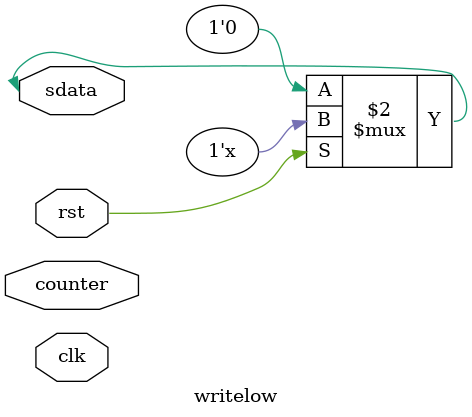
<source format=v>
module writelow(clk, rst, sdata, counter);

	input clk, rst;
	inout sdata;
	input [31:0]counter;

	assign sdata = (rst == 1'b1)? 1'bz : 1'b0;

endmodule
</source>
